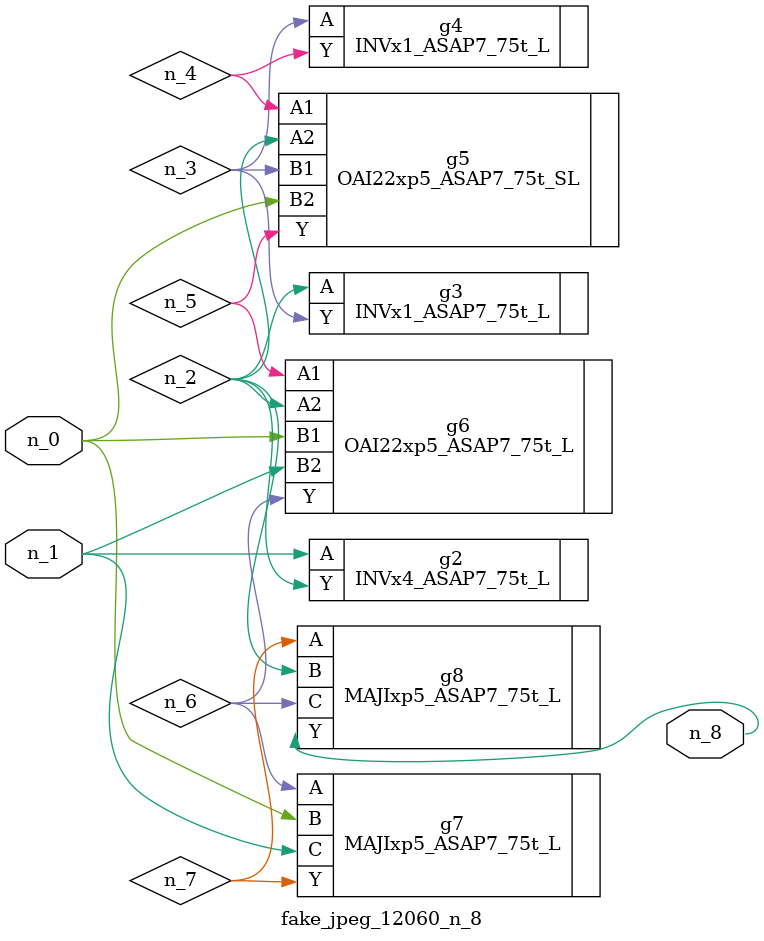
<source format=v>
module fake_jpeg_12060_n_8 (n_0, n_1, n_8);

input n_0;
input n_1;

output n_8;

wire n_2;
wire n_3;
wire n_4;
wire n_6;
wire n_5;
wire n_7;

INVx4_ASAP7_75t_L g2 ( 
.A(n_1),
.Y(n_2)
);

INVx1_ASAP7_75t_L g3 ( 
.A(n_2),
.Y(n_3)
);

INVx1_ASAP7_75t_L g4 ( 
.A(n_3),
.Y(n_4)
);

OAI22xp5_ASAP7_75t_SL g5 ( 
.A1(n_4),
.A2(n_2),
.B1(n_3),
.B2(n_0),
.Y(n_5)
);

OAI22xp5_ASAP7_75t_L g6 ( 
.A1(n_5),
.A2(n_2),
.B1(n_0),
.B2(n_1),
.Y(n_6)
);

MAJIxp5_ASAP7_75t_L g7 ( 
.A(n_6),
.B(n_0),
.C(n_1),
.Y(n_7)
);

MAJIxp5_ASAP7_75t_L g8 ( 
.A(n_7),
.B(n_2),
.C(n_6),
.Y(n_8)
);


endmodule
</source>
